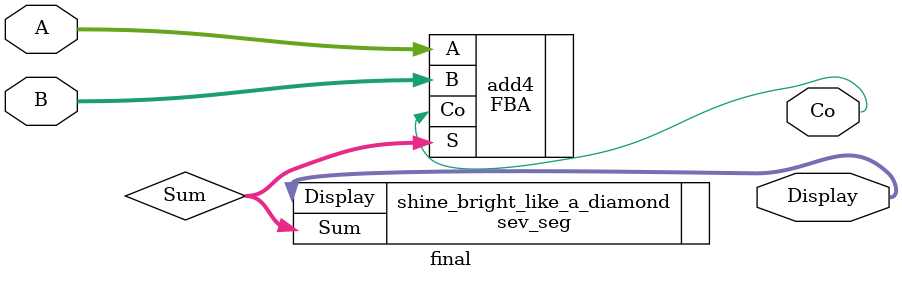
<source format=v>
`timescale 1ns / 1ps

module final(
    input [3:0] A,
    input [3:0] B,
    output Co,
    output [6:0] Display
    );
    wire [3:0] Sum;
    FBA add4 (.A(A), .B(B), .S(Sum), .Co(Co));
    sev_seg shine_bright_like_a_diamond (.Sum(Sum), .Display(Display));
    
endmodule

</source>
